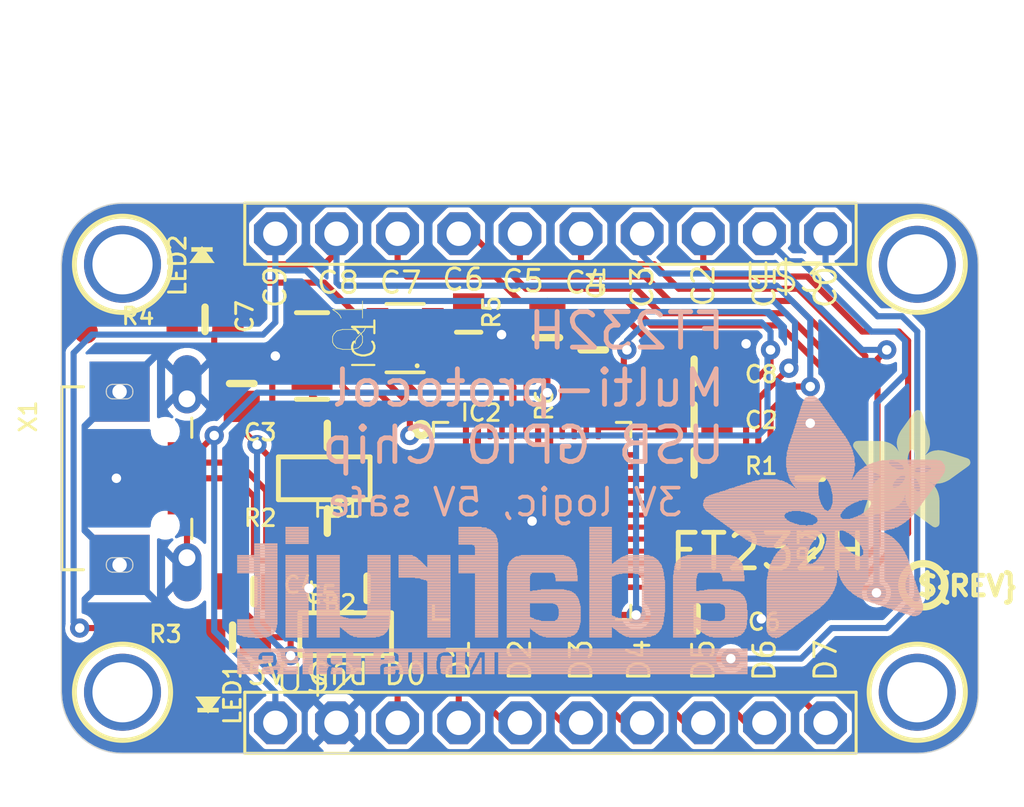
<source format=kicad_pcb>
(kicad_pcb (version 20221018) (generator pcbnew)
  (layers (0 "F.Cu" signal) (31 "B.Cu" signal) (34 "B.Paste" user) (35 "F.Paste" user) (36 "B.SilkS" user "B.Silkscreen") (37 "F.SilkS" user "F.Silkscreen") (38 "B.Mask" user) (39 "F.Mask" user) (44 "Edge.Cuts" user))
  (net 0 "")
  (net 1 "GND")
  (net 2 "+5V")
  (net 3 "D+")
  (net 4 "D-")
  (net 5 "N$2")
  (net 6 "N$3")
  (net 7 "1.8V")
  (net 8 "+3V3")
  (net 9 "VCCA")
  (net 10 "VPLL")
  (net 11 "VPHY")
  (net 12 "N$7")
  (net 13 "N$5")
  (net 14 "C8")
  (net 15 "C9")
  (net 16 "N$6")
  (net 17 "N$8")
  (net 18 "N$9")
  (net 19 "N$10")
  (net 20 "N$11")
  (net 21 "N$12")
  (net 22 "C7")
  (net 23 "D0")
  (net 24 "D1")
  (net 25 "D2")
  (net 26 "D3")
  (net 27 "D4")
  (net 28 "D5")
  (net 29 "D6")
  (net 30 "D7")
  (net 31 "C0")
  (net 32 "C1")
  (net 33 "C2")
  (net 34 "C3")
  (net 35 "C4")
  (net 36 "C5")
  (net 37 "C6")
  (footprint "working:0805-NO" (layer "F.Cu") (at 140.5001 106.7816 180)
    (fp_text reference "R2")
    (fp_text value "12K 1%")
  )
  (footprint "working:0805-NO" (layer "F.Cu") (at 135.4201 98.3996 180)
    (fp_text reference "R4")
    (fp_text value "1K")
  )
  (footprint "working:CHIPLED_0805_NOOUTLINE" (layer "F.Cu") (at 135.5471 114.4016 180)
    (fp_text reference "LED1")
    (fp_text value "green")
  )
  (footprint "working:ADAFRUIT_5MM" (layer "F.Cu") (at 162.3441 107.0356)
    (fp_text reference "U$8" hide)
    (fp_text value "" hide)
  )
  (footprint "working:PCBFEAT-REV-040" (layer "F.Cu") (at 165.2651 109.4486)
    (fp_text reference "U$11" hide)
    (fp_text value "" hide)
  )
  (footprint "working:4UCONN_20329" (layer "F.Cu") (at 133.7691 105.0036 -90)
    (fp_text reference "X1")
    (fp_text value "MiniB")
    (fp_line (start -3.9 2.2) (end -3.9 1.6) (stroke (width 0.05)) (layer "Edge.Cuts"))
    (fp_line (start -3.3 1.6) (end -3.3 2.2) (stroke (width 0.05)) (layer "Edge.Cuts"))
    (fp_line (start 3.3 2.2) (end 3.3 1.6) (stroke (width 0.05)) (layer "Edge.Cuts"))
    (fp_line (start 3.9 1.6) (end 3.9 2.2) (stroke (width 0.05)) (layer "Edge.Cuts"))
    (fp_arc (start -3.9 1.6) (mid -3.801777 1.412868) (end -3.6 1.35) (stroke (width 0.05)) (layer "Edge.Cuts"))
    (fp_arc (start -3.6 1.35) (mid -3.398223 1.412868) (end -3.3 1.6) (stroke (width 0.05)) (layer "Edge.Cuts"))
    (fp_arc (start -3.6 2.45) (mid -3.801777 2.387132) (end -3.9 2.2) (stroke (width 0.05)) (layer "Edge.Cuts"))
    (fp_arc (start -3.3 2.2) (mid -3.398223 2.387132) (end -3.6 2.45) (stroke (width 0.05)) (layer "Edge.Cuts"))
    (fp_arc (start 3.3 1.6) (mid 3.398223 1.412868) (end 3.6 1.35) (stroke (width 0.05)) (layer "Edge.Cuts"))
    (fp_arc (start 3.6 1.35) (mid 3.801777 1.412868) (end 3.9 1.6) (stroke (width 0.05)) (layer "Edge.Cuts"))
    (fp_arc (start 3.6 2.45) (mid 3.398223 2.387132) (end 3.3 2.2) (stroke (width 0.05)) (layer "Edge.Cuts"))
    (fp_arc (start 3.9 2.2) (mid 3.801777 2.387132) (end 3.6 2.45) (stroke (width 0.05)) (layer "Edge.Cuts"))
  )
  (footprint "working:MOUNTINGHOLE_2.5_PLATED" (layer "F.Cu") (at 165.0111 96.1136)
    (fp_text reference "U$6" hide)
    (fp_text value "MOUNTINGHOLE2.5" hide)
  )
  (footprint "working:SOT23-6" (layer "F.Cu") (at 143.732993 99.179654 90)
    (fp_text reference "IC1")
    (fp_text value "93LC56B")
  )
  (footprint "working:0805-NO" (layer "F.Cu") (at 155.7401 100.5586)
    (fp_text reference "C8")
    (fp_text value "0.1uF")
  )
  (footprint "working:FIDUCIAL_1MM" (layer "F.Cu") (at 130.4671 98.9076)
    (fp_text reference "FID1" hide)
    (fp_text value "FIDUCIAL\"\"" hide)
  )
  (footprint "working:_0805" (layer "F.Cu") (at 141.2621 111.4806)
    (fp_text reference "FB2")
    (fp_text value "Ferrite")
  )
  (footprint "working:_0805MP" (layer "F.Cu") (at 146.372912 98.934804 -90)
    (fp_text reference "R5")
    (fp_text value "2.2K")
  )
  (footprint "working:FIDUCIAL_1MM" (layer "F.Cu") (at 160.1851 110.7186)
    (fp_text reference "FID2" hide)
    (fp_text value "FIDUCIAL\"\"" hide)
  )
  (footprint "working:0805-NO" (layer "F.Cu") (at 136.9441 101.0666 90)
    (fp_text reference "C7")
    (fp_text value "0.1uF")
  )
  (footprint "working:0805-NO" (layer "F.Cu") (at 155.8671 110.8456)
    (fp_text reference "C6")
    (fp_text value "0.1uF")
  )
  (footprint "working:0805-NO" (layer "F.Cu") (at 142.1511 109.5756 180)
    (fp_text reference "C4")
    (fp_text value "10uF")
  )
  (footprint "working:0805-NO" (layer "F.Cu") (at 149.6441 99.1616 -90)
    (fp_text reference "R6")
    (fp_text value "4.7K")
  )
  (footprint "working:0805-NO" (layer "F.Cu") (at 151.5491 99.6696 90)
    (fp_text reference "C1")
    (fp_text value "10uF")
  )
  (footprint "working:0805-NO" (layer "F.Cu") (at 140.5001 103.2256 180)
    (fp_text reference "C3")
    (fp_text value "10uF")
  )
  (footprint "working:QFN48_8MM" (layer "F.Cu") (at 149.0091 106.7816)
    (fp_text reference "IC2")
    (fp_text value "FT232HQ")
  )
  (footprint "working:CHIPLED_0805_NOOUTLINE" (layer "F.Cu") (at 135.2931 95.7326)
    (fp_text reference "LED2")
    (fp_text value "red")
  )
  (footprint "working:0805-NO" (layer "F.Cu") (at 136.5631 111.6076 180)
    (fp_text reference "R3")
    (fp_text value "1K")
  )
  (footprint "working:0805-NO" (layer "F.Cu") (at 160.5661 105.0036 -90)
    (fp_text reference "R7")
    (fp_text value "12K")
  )
  (footprint "working:0805-NO" (layer "F.Cu") (at 137.4521 109.7026)
    (fp_text reference "C5")
    (fp_text value "10uF")
  )
  (footprint "working:1X10-BIG" (layer "F.Cu") (at 149.7711 115.1636)
    (fp_text reference "U$2")
    (fp_text value "PINHD-1X10")
  )
  (footprint "working:0805-NO" (layer "F.Cu") (at 155.7401 102.4636)
    (fp_text reference "C2")
    (fp_text value "0.1uF")
  )
  (footprint "working:MOUNTINGHOLE_2.5_PLATED" (layer "F.Cu") (at 131.9911 96.1136)
    (fp_text reference "U$4" hide)
    (fp_text value "MOUNTINGHOLE2.5" hide)
  )
  (footprint "working:_0805" (layer "F.Cu") (at 140.3731 105.0036 180)
    (fp_text reference "FB1")
    (fp_text value "Ferrite")
  )
  (footprint "working:RESONATOR-SMD" (layer "F.Cu") (at 139.8651 99.9236 -90)
    (fp_text reference "Q1")
    (fp_text value "CSTCR 12MHz")
  )
  (footprint "working:MOUNTINGHOLE_2.5_PLATED" (layer "F.Cu") (at 165.0111 113.8936)
    (fp_text reference "U$7" hide)
    (fp_text value "MOUNTINGHOLE2.5" hide)
  )
  (footprint "working:MOUNTINGHOLE_2.5_PLATED" (layer "F.Cu") (at 131.9911 113.8936)
    (fp_text reference "U$5" hide)
    (fp_text value "MOUNTINGHOLE2.5" hide)
  )
  (footprint "working:1X10-BIG" (layer "F.Cu") (at 149.7711 94.8436 180)
    (fp_text reference "U$3")
    (fp_text value "PINHD-1X10" hide)
  )
  (footprint "working:0805-NO" (layer "F.Cu") (at 155.7401 104.3686)
    (fp_text reference "R1")
    (fp_text value "12K")
  )
  (footprint "working:ADAFRUIT_TEXT_30MM" (layer "B.Cu") (at 166.4081 113.1316 180)
    (fp_text reference "U$9" hide)
    (fp_text value "" hide)
  )
  (gr_arc (start 129.4511 96.1136) (mid 130.195049 94.317549) (end 131.9911 93.5736) (stroke (width 0.05)) (layer "Edge.Cuts"))
  (gr_line (start 165.0111 93.5736) (end 131.9911 93.5736) (stroke (width 0.05)) (layer "Edge.Cuts"))
  (gr_arc (start 165.0111 93.5736) (mid 166.807151 94.317549) (end 167.5511 96.1136) (stroke (width 0.05)) (layer "Edge.Cuts"))
  (gr_line (start 129.4511 96.1136) (end 129.4511 113.8936) (stroke (width 0.05)) (layer "Edge.Cuts"))
  (gr_arc (start 131.9911 116.4336) (mid 130.195049 115.689651) (end 129.4511 113.8936) (stroke (width 0.05)) (layer "Edge.Cuts"))
  (gr_line (start 167.5511 113.8936) (end 167.5511 96.1136) (stroke (width 0.05)) (layer "Edge.Cuts"))
  (gr_arc (start 167.5511 113.8936) (mid 166.807151 115.689651) (end 165.0111 116.4336) (stroke (width 0.05)) (layer "Edge.Cuts"))
  (gr_line (start 131.9911 116.4336) (end 165.0111 116.4336) (stroke (width 0.05)) (layer "Edge.Cuts"))
  (gr_text "3V logic, 5V safe" (at 155.3591 106.6546) (layer "B.SilkS") (effects (font (size 1.1176 1.1176) (thickness 0.1524)) (justify left bottom mirror)))
  (gr_text "FT232H\nMulti-protocol\nUSB GPIO Chip" (at 157.1371 104.4956) (layer "B.SilkS") (effects (font (size 1.475232 1.475232) (thickness 0.201168)) (justify left bottom mirror)))
  (gr_text "D0" (at 142.7861 113.1316) (layer "F.SilkS") (effects (font (size 0.89408 0.89408) (thickness 0.12192)) (justify left)))
  (gr_text "D5" (at 156.1211 113.5126 90) (layer "F.SilkS") (effects (font (size 0.89408 0.89408) (thickness 0.12192)) (justify left)))
  (gr_text "C5" (at 147.6756 96.8121) (layer "F.SilkS") (effects (font (size 0.89408 0.89408) (thickness 0.12192)) (justify left)))
  (gr_text "D1" (at 145.9611 113.5126 90) (layer "F.SilkS") (effects (font (size 0.89408 0.89408) (thickness 0.12192)) (justify left)))
  (gr_text "C3" (at 153.5811 98.0186 90) (layer "F.SilkS") (effects (font (size 0.89408 0.89408) (thickness 0.12192)) (justify left)))
  (gr_text "C7" (at 142.5956 96.8756) (layer "F.SilkS") (effects (font (size 0.89408 0.89408) (thickness 0.12192)) (justify left)))
  (gr_text "C9" (at 138.3411 98.0186 90) (layer "F.SilkS") (effects (font (size 0.89408 0.89408) (thickness 0.12192)) (justify left)))
  (gr_text "C6" (at 145.1991 96.7486) (layer "F.SilkS") (effects (font (size 0.89408 0.89408) (thickness 0.12192)) (justify left)))
  (gr_text "Gnd" (at 139.6111 113.1316) (layer "F.SilkS") (effects (font (size 0.89408 0.89408) (thickness 0.12192)) (justify left)))
  (gr_text "D2" (at 148.5011 113.5126 90) (layer "F.SilkS") (effects (font (size 0.89408 0.89408) (thickness 0.12192)) (justify left)))
  (gr_text "D4" (at 153.4541 113.5126 90) (layer "F.SilkS") (effects (font (size 0.89408 0.89408) (thickness 0.12192)) (justify left)))
  (gr_text "FT232H" (at 154.5971 108.0516) (layer "F.SilkS") (effects (font (size 1.475232 1.475232) (thickness 0.201168)) (justify left)))
  (gr_text "C8" (at 139.9921 96.8756) (layer "F.SilkS") (effects (font (size 0.89408 0.89408) (thickness 0.12192)) (justify left)))
  (gr_text "C1" (at 158.6611 98.0186 90) (layer "F.SilkS") (effects (font (size 0.89408 0.89408) (thickness 0.12192)) (justify left)))
  (gr_text "C2" (at 156.1211 97.9551 90) (layer "F.SilkS") (effects (font (size 0.89408 0.89408) (thickness 0.12192)) (justify left)))
  (gr_text "C4" (at 150.2791 96.8756) (layer "F.SilkS") (effects (font (size 0.89408 0.89408) (thickness 0.12192)) (justify left)))
  (gr_text "5V" (at 137.0711 113.1316) (layer "F.SilkS") (effects (font (size 0.89408 0.89408) (thickness 0.12192)) (justify left)))
  (gr_text "D3" (at 151.0411 113.5126 90) (layer "F.SilkS") (effects (font (size 0.89408 0.89408) (thickness 0.12192)) (justify left)))
  (gr_text "D7" (at 161.2011 113.5126 90) (layer "F.SilkS") (effects (font (size 0.89408 0.89408) (thickness 0.12192)) (justify left)))
  (gr_text "D6" (at 158.6611 113.5126 90) (layer "F.SilkS") (effects (font (size 0.89408 0.89408) (thickness 0.12192)) (justify left)))
  (gr_text "C0" (at 161.2011 98.0186 90) (layer "F.SilkS") (effects (font (size 0.89408 0.89408) (thickness 0.12192)) (justify left)))
  (segment (start 138.4021 109.7026) (end 138.5291 109.5756) (width 0.254) (layer "F.Cu") (net 1))
  (segment (start 144.882993 99.179654) (end 145.181046 99.179654) (width 0.254) (layer "F.Cu") (net 1))
  (segment (start 146.7591 104.5316) (end 149.0091 106.7816) (width 0.254) (layer "F.Cu") (net 1))
  (segment (start 153.7081 99.1616) (end 156.5021 99.1616) (width 0.254) (layer "F.Cu") (net 1))
  (segment (start 149.7591 102.8816) (end 149.7591 106.0316) (width 0.254) (layer "F.Cu") (net 1))
  (segment (start 138.9761 102.7176) (end 138.2141 101.9556) (width 0.254) (layer "F.Cu") (net 1))
  (segment (start 151.2591 109.1866) (end 150.7591 108.6866) (width 0.254) (layer "F.Cu") (net 1))
  (segment (start 131.7371 105.7216) (end 131.7371 105.0036) (width 0.254) (layer "F.Cu") (net 1))
  (segment (start 131.7691 105.7536) (end 131.7371 105.7216) (width 0.254) (layer "F.Cu") (net 1))
  (segment (start 157.8991 99.4156) (end 157.8991 99.9846) (width 0.254) (layer "F.Cu") (net 1))
  (segment (start 140.3731 106.0196) (end 139.6111 106.7816) (width 0.254) (layer "F.Cu") (net 1))
  (segment (start 156.5021 99.1616) (end 156.8831 99.5426) (width 0.254) (layer "F.Cu") (net 1))
  (segment (start 160.5661 104.0536) (end 160.5661 102.7176) (width 0.254) (layer "F.Cu") (net 1))
  (segment (start 137.1371 99.9236) (end 138.3411 99.9236) (width 0.254) (layer "F.Cu") (net 1))
  (segment (start 157.3251 100.5586) (end 157.8991 99.9846) (width 0.254) (layer "F.Cu") (net 1))
  (segment (start 134.5441 106.3036) (end 134.6691 106.4286) (width 0.254) (layer "F.Cu") (net 1))
  (segment (start 146.7591 102.8816) (end 146.7591 104.5316) (width 0.254) (layer "F.Cu") (net 1))
  (segment (start 139.8651 99.9236) (end 138.3411 99.9236) (width 0.254) (layer "F.Cu") (net 1))
  (segment (start 145.181046 99.179654) (end 145.435046 98.925654) (width 0.254) (layer "F.Cu") (net 1))
  (segment (start 151.7591 104.0316) (end 149.0091 106.7816) (width 0.254) (layer "F.Cu") (net 1))
  (segment (start 147.7591 108.0316) (end 149.0091 106.7816) (width 0.254) (layer "F.Cu") (net 1))
  (segment (start 141.2011 109.5756) (end 139.7381 109.5756) (width 0.254) (layer "F.Cu") (net 1))
  (segment (start 152.9461 98.3996) (end 153.7081 99.1616) (width 0.254) (layer "F.Cu") (net 1))
  (segment (start 139.6111 106.7816) (end 139.5501 106.7816) (width 0.254) (layer "F.Cu") (net 1))
  (segment (start 156.8831 99.5426) (end 156.8831 100.3656) (width 0.254) (layer "F.Cu") (net 1))
  (segment (start 138.2141 99.9236) (end 138.3411 99.9236) (width 0.254) (layer "F.Cu") (net 1))
  (segment (start 139.0421 102.7176) (end 139.5501 103.2256) (width 0.254) (layer "F.Cu") (net 1))
  (segment (start 156.9441 102.2096) (end 156.6901 102.4636) (width 0.254) (layer "F.Cu") (net 1))
  (segment (start 149.2631 102.8856) (end 149.2591 102.8816) (width 0.2032) (layer "F.Cu") (net 1))
  (segment (start 145.1091 109.0316) (end 146.7591 109.0316) (width 0.254) (layer "F.Cu") (net 1))
  (segment (start 156.6901 100.5586) (end 157.3251 100.5586) (width 0.254) (layer "F.Cu") (net 1))
  (segment (start 136.9441 100.1166) (end 137.1371 99.9236) (width 0.254) (layer "F.Cu") (net 1))
  (segment (start 145.1091 108.0316) (end 147.7591 108.0316) (width 0.254) (layer "F.Cu") (net 1))
  (segment (start 149.2591 102.8816) (end 149.2591 106.5316) (width 0.254) (layer "F.Cu") (net 1))
  (segment (start 140.3731 104.0486) (end 139.5501 103.2256) (width 0.254) (layer "F.Cu") (net 1))
  (segment (start 156.6901 100.5586) (end 156.6901 102.4636) (width 0.254) (layer "F.Cu") (net 1))
  (segment (start 152.9091 104.5316) (end 151.2591 104.5316) (width 0.254) (layer "F.Cu") (net 1))
  (segment (start 150.7591 108.5316) (end 149.0091 106.7816) (width 0.254) (layer "F.Cu") (net 1))
  (segment (start 145.1091 108.5316) (end 147.2591 108.5316) (width 0.254) (layer "F.Cu") (net 1))
  (segment (start 151.2591 104.5316) (end 149.0091 106.7816) (width 0.254) (layer "F.Cu") (net 1))
  (segment (start 151.2591 110.6816) (end 151.2591 109.1866) (width 0.254) (layer "F.Cu") (net 1))
  (segment (start 151.7371 98.7196) (end 151.5491 98.7196) (width 0.254) (layer "F.Cu") (net 1))
  (segment (start 156.8831 100.3656) (end 156.6901 100.5586) (width 0.254) (layer "F.Cu") (net 1))
  (segment (start 149.2591 106.5316) (end 149.0091 106.7816) (width 0.254) (layer "F.Cu") (net 1))
  (segment (start 149.7591 106.0316) (end 149.0091 106.7816) (width 0.254) (layer "F.Cu") (net 1))
  (segment (start 150.7591 108.6866) (end 150.7591 108.5316) (width 0.254) (layer "F.Cu") (net 1))
  (segment (start 152.0571 98.3996) (end 152.9461 98.3996) (width 0.254) (layer "F.Cu") (net 1))
  (segment (start 134.6691 106.4286) (end 134.6691 108.3036) (width 0.254) (layer "F.Cu") (net 1))
  (segment (start 150.7591 110.6816) (end 150.7591 108.6866) (width 0.254) (layer "F.Cu") (net 1))
  (segment (start 150.4091 108.1816) (end 149.0091 106.7816) (width 0.254) (layer "F.Cu") (net 1))
  (segment (start 146.2591 104.0316) (end 149.0091 106.7816) (width 0.254) (layer "F.Cu") (net 1))
  (segment (start 147.2591 108.5316) (end 149.0091 106.7816) (width 0.254) (layer "F.Cu") (net 1))
  (segment (start 147.630153 98.925654) (end 147.7391 99.0346) (width 0.254) (layer "F.Cu") (net 1))
  (segment (start 146.7591 109.0316) (end 149.0091 106.7816) (width 0.254) (layer "F.Cu") (net 1))
  (segment (start 147.7591 105.5316) (end 149.0091 106.7816) (width 0.254) (layer "F.Cu") (net 1))
  (segment (start 152.9091 104.0316) (end 151.7591 104.0316) (width 0.254) (layer "F.Cu") (net 1))
  (segment (start 139.0421 102.7176) (end 138.9761 102.7176) (width 0.254) (layer "F.Cu") (net 1))
  (segment (start 145.1091 105.5316) (end 147.7591 105.5316) (width 0.254) (layer "F.Cu") (net 1))
  (segment (start 158.5341 110.8456) (end 156.8171 110.8456) (width 0.254) (layer "F.Cu") (net 1))
  (segment (start 138.5291 109.5756) (end 139.7381 109.5756) (width 0.254) (layer "F.Cu") (net 1))
  (segment (start 152.0571 98.3996) (end 151.7371 98.7196) (width 0.254) (layer "F.Cu") (net 1))
  (segment (start 146.2591 102.8816) (end 146.2591 104.0316) (width 0.254) (layer "F.Cu") (net 1))
  (segment (start 140.3731 106.0196) (end 140.3731 104.0486) (width 0.254) (layer "F.Cu") (net 1))
  (segment (start 131.7691 105.7536) (end 131.7691 104.2536) (width 0.254) (layer "F.Cu") (net 1))
  (segment (start 138.2141 101.9556) (end 138.2141 99.9236) (width 0.254) (layer "F.Cu") (net 1))
  (segment (start 145.435046 98.925654) (end 147.630153 98.925654) (width 0.254) (layer "F.Cu") (net 1))
  (via (at 149.0091 106.7816) (size 0.8001) (drill 0.3937) (layers "F.Cu" "B.Cu") (net 1))
  (via (at 157.8991 99.4156) (size 0.8001) (drill 0.3937) (layers "F.Cu" "B.Cu") (net 1))
  (via (at 131.7371 105.0036) (size 0.8001) (drill 0.3937) (layers "F.Cu" "B.Cu") (net 1))
  (via (at 138.3411 99.9236) (size 0.8001) (drill 0.3937) (layers "F.Cu" "B.Cu") (net 1))
  (via (at 158.5341 110.8456) (size 0.8001) (drill 0.3937) (layers "F.Cu" "B.Cu") (net 1))
  (via (at 160.5661 102.7176) (size 0.8001) (drill 0.3937) (layers "F.Cu" "B.Cu") (net 1))
  (via (at 139.7381 109.5756) (size 0.8001) (drill 0.3937) (layers "F.Cu" "B.Cu") (net 1))
  (via (at 147.7391 99.0346) (size 0.8001) (drill 0.3937) (layers "F.Cu" "B.Cu") (net 1))
  (segment (start 150.6201 100.6196) (end 150.4166 100.8231) (width 0.254) (layer "F.Cu") (net 2))
  (segment (start 150.2591 102.8816) (end 150.2591 100.9806) (width 0.2032) (layer "F.Cu") (net 2))
  (segment (start 150.4166 100.8231) (end 150.2591 100.9806) (width 0.254) (layer "F.Cu") (net 2))
  (segment (start 149.7051 100.1116) (end 150.4166 100.8231) (width 0.254) (layer "F.Cu") (net 2))
  (segment (start 135.3231 103.7036) (end 135.8011 103.2256) (width 0.254) (layer "F.Cu") (net 2))
  (segment (start 149.6441 100.1116) (end 149.7051 100.1116) (width 0.254) (layer "F.Cu") (net 2))
  (segment (start 134.5441 103.7036) (end 135.3231 103.7036) (width 0.254) (layer "F.Cu") (net 2))
  (segment (start 151.5491 100.6196) (end 150.6201 100.6196) (width 0.254) (layer "F.Cu") (net 2))
  (segment (start 149.6441 101.4476) (end 149.6441 100.1116) (width 0.254) (layer "F.Cu") (net 2))
  (via (at 135.8011 103.2256) (size 0.8001) (drill 0.3937) (layers "F.Cu" "B.Cu") (net 2))
  (via (at 149.6441 101.4476) (size 0.8001) (drill 0.3937) (layers "F.Cu" "B.Cu") (net 2))
  (segment (start 135.8011 111.3536) (end 138.3411 113.8936) (width 0.254) (layer "B.Cu") (net 2))
  (segment (start 137.5791 101.4476) (end 135.8011 103.2256) (width 0.254) (layer "B.Cu") (net 2))
  (segment (start 138.3411 113.8936) (end 138.3411 115.1636) (width 0.254) (layer "B.Cu") (net 2))
  (segment (start 135.8011 103.2256) (end 135.8011 111.3536) (width 0.254) (layer "B.Cu") (net 2))
  (segment (start 149.6441 101.4476) (end 137.5791 101.4476) (width 0.254) (layer "B.Cu") (net 2))
  (segment (start 137.4521 108.1786) (end 137.7061 108.4326) (width 0.254) (layer "F.Cu") (net 3))
  (segment (start 137.4521 105.7656) (end 137.4521 108.1786) (width 0.254) (layer "F.Cu") (net 3))
  (segment (start 136.6901 105.0036) (end 137.4521 105.7656) (width 0.254) (layer "F.Cu") (net 3))
  (segment (start 142.4051 108.4326) (end 143.8061 107.0316) (width 0.2032) (layer "F.Cu") (net 3))
  (segment (start 143.8061 107.0316) (end 145.1091 107.0316) (width 0.2032) (layer "F.Cu") (net 3))
  (segment (start 136.6901 105.0036) (end 134.5441 105.0036) (width 0.254) (layer "F.Cu") (net 3))
  (segment (start 137.7061 108.4326) (end 142.4051 108.4326) (width 0.254) (layer "F.Cu") (net 3))
  (segment (start 143.6211 106.5816) (end 143.6711 106.5316) (width 0.2032) (layer "F.Cu") (net 4))
  (segment (start 136.8021 104.3536) (end 137.9601 105.5116) (width 0.254) (layer "F.Cu") (net 4))
  (segment (start 143.6711 106.5316) (end 145.1091 106.5316) (width 0.2032) (layer "F.Cu") (net 4))
  (segment (start 134.5441 104.3536) (end 136.8021 104.3536) (width 0.254) (layer "F.Cu") (net 4))
  (segment (start 137.9601 107.6706) (end 138.2141 107.9246) (width 0.254) (layer "F.Cu") (net 4))
  (segment (start 143.6211 106.5816) (end 142.2781 107.9246) (width 0.254) (layer "F.Cu") (net 4))
  (segment (start 137.9601 105.5116) (end 137.9601 107.6706) (width 0.254) (layer "F.Cu") (net 4))
  (segment (start 138.2141 107.9246) (end 142.2781 107.9246) (width 0.254) (layer "F.Cu") (net 4))
  (segment (start 140.8241 98.7236) (end 139.8651 98.7236) (width 0.254) (layer "F.Cu") (net 5))
  (segment (start 141.1351 99.0346) (end 140.8241 98.7236) (width 0.254) (layer "F.Cu") (net 5))
  (segment (start 141.1351 101.1936) (end 141.1351 99.0346) (width 0.254) (layer "F.Cu") (net 5))
  (segment (start 143.0401 103.8606) (end 143.0401 101.8526) (width 0.254) (layer "F.Cu") (net 5))
  (segment (start 145.1091 104.0316) (end 143.2111 104.0316) (width 0.2032) (layer "F.Cu") (net 5))
  (segment (start 143.0401 103.8606) (end 143.2111 104.0316) (width 0.254) (layer "F.Cu") (net 5))
  (segment (start 141.3891 101.4476) (end 141.1351 101.1936) (width 0.254) (layer "F.Cu") (net 5))
  (segment (start 143.0401 101.8526) (end 142.6351 101.4476) (width 0.254) (layer "F.Cu") (net 5))
  (segment (start 142.6351 101.4476) (end 141.3891 101.4476) (width 0.254) (layer "F.Cu") (net 5))
  (segment (start 145.1091 104.5316) (end 142.6951 104.5316) (width 0.2032) (layer "F.Cu") (net 6))
  (segment (start 142.5321 104.3686) (end 142.5321 102.0826) (width 0.254) (layer "F.Cu") (net 6))
  (segment (start 139.8651 101.0906) (end 139.8651 101.1236) (width 0.254) (layer "F.Cu") (net 6))
  (segment (start 142.6951 104.5316) (end 142.5321 104.3686) (width 0.2032) (layer "F.Cu") (net 6))
  (segment (start 139.8651 101.5746) (end 139.8651 101.1236) (width 0.254) (layer "F.Cu") (net 6))
  (segment (start 140.3731 102.0826) (end 139.8651 101.5746) (width 0.254) (layer "F.Cu") (net 6))
  (segment (start 140.3731 102.0826) (end 142.5321 102.0826) (width 0.254) (layer "F.Cu") (net 6))
  (segment (start 154.7241 100.5586) (end 154.7901 100.5586) (width 0.254) (layer "F.Cu") (net 7))
  (segment (start 151.2591 102.8816) (end 151.2591 102.2456) (width 0.2032) (layer "F.Cu") (net 7))
  (segment (start 151.2591 102.2456) (end 151.4856 102.0191) (width 0.2032) (layer "F.Cu") (net 7))
  (segment (start 153.2636 102.0191) (end 154.7241 100.5586) (width 0.254) (layer "F.Cu") (net 7))
  (segment (start 151.4856 102.0191) (end 153.2636 102.0191) (width 0.2032) (layer "F.Cu") (net 7))
  (segment (start 137.8941 96.8756) (end 140.3731 96.8756) (width 0.254) (layer "F.Cu") (net 8))
  (segment (start 138.2141 104.2416) (end 137.5791 103.6066) (width 0.254) (layer "F.Cu") (net 8))
  (segment (start 141.6431 98.1456) (end 141.6431 99.9236) (width 0.254) (layer "F.Cu") (net 8))
  (segment (start 143.9291 101.9556) (end 143.9291 103.2256) (width 0.254) (layer "F.Cu") (net 8))
  (segment (start 151.7591 110.6816) (end 153.3271 110.6816) (width 0.254) (layer "F.Cu") (net 8))
  (segment (start 142.582993 100.609494) (end 143.9291 101.9556) (width 0.254) (layer "F.Cu") (net 8))
  (segment (start 138.2141 104.7496) (end 138.5951 105.1306) (width 0.254) (layer "F.Cu") (net 8))
  (segment (start 143.2941 112.7506) (end 143.5481 112.4966) (width 0.254) (layer "F.Cu") (net 8))
  (segment (start 143.5481 112.4966) (end 143.5481 111.0506) (width 0.254) (layer "F.Cu") (net 8))
  (segment (start 136.9441 102.9716) (end 136.9441 102.0166) (width 0.254) (layer "F.Cu") (net 8))
  (segment (start 147.2591 102.8816) (end 147.2591 101.9556) (width 0.2032) (layer "F.Cu") (net 8))
  (segment (start 140.3731 96.8756) (end 141.6431 98.1456) (width 0.254) (layer "F.Cu") (net 8))
  (segment (start 137.550287 111.136788) (end 137.5131 111.173975) (width 0.254) (layer "F.Cu") (net 8))
  (segment (start 147.2591 101.9556) (end 143.9291 101.9556) (width 0.2032) (layer "F.Cu") (net 8))
  (segment (start 152.8191 101.3206) (end 152.8191 99.7966) (width 0.254) (layer "F.Cu") (net 8))
  (segment (start 140.2461 111.4806) (end 139.9921 111.4806) (width 0.254) (layer "F.Cu") (net 8))
  (segment (start 137.8941 96.8756) (end 136.3701 98.3996) (width 0.254) (layer "F.Cu") (net 8))
  (segment (start 152.8191 99.7966) (end 152.9461 99.6696) (width 0.254) (layer "F.Cu") (net 8))
  (segment (start 140.2461 112.4966) (end 140.5001 112.7506) (width 0.254) (layer "F.Cu") (net 8))
  (segment (start 153.4911 110.8456) (end 154.9171 110.8456) (width 0.254) (layer "F.Cu") (net 8))
  (segment (start 135.8011 101.8286) (end 135.9891 102.0166) (width 0.254) (layer "F.Cu") (net 8))
  (segment (start 151.0411 101.5746) (end 152.5651 101.5746) (width 0.2032) (layer "F.Cu") (net 8))
  (segment (start 136.5021 109.7026) (end 136.5021 110.004357) (width 0.254) (layer "F.Cu") (net 8))
  (segment (start 150.7591 101.8566) (end 151.0411 101.5746) (width 0.2032) (layer "F.Cu") (net 8))
  (segment (start 140.2461 111.4806) (end 140.2461 112.4966) (width 0.254) (layer "F.Cu") (net 8))
  (segment (start 136.5021 110.004357) (end 137.634531 111.136788) (width 0.254) (layer "F.Cu") (net 8))
  (segment (start 153.3271 110.6816) (end 153.4911 110.8456) (width 0.254) (layer "F.Cu") (net 8))
  (segment (start 157.8991 104.2416) (end 157.8991 101.3206) (width 0.254) (layer "F.Cu") (net 8))
  (segment (start 137.5131 111.173975) (end 137.5131 111.6076) (width 0.254) (layer "F.Cu") (net 8))
  (segment (start 138.2141 104.7496) (end 138.2141 104.2416) (width 0.254) (layer "F.Cu") (net 8))
  (segment (start 157.8991 101.3206) (end 158.9151 100.3046) (width 0.254) (layer "F.Cu") (net 8))
  (segment (start 135.9891 102.0166) (end 136.9441 102.0166) (width 0.254) (layer "F.Cu") (net 8))
  (segment (start 135.8011 101.8286) (end 135.8011 98.9686) (width 0.254) (layer "F.Cu") (net 8))
  (segment (start 137.634531 111.136788) (end 137.550287 111.136788) (width 0.254) (layer "F.Cu") (net 8))
  (segment (start 140.2461 111.6686) (end 140.2461 111.4806) (width 0.254) (layer "F.Cu") (net 8))
  (segment (start 140.5001 112.7506) (end 143.2941 112.7506) (width 0.254) (layer "F.Cu") (net 8))
  (segment (start 142.582993 100.129654) (end 142.582993 100.609494) (width 0.254) (layer "F.Cu") (net 8))
  (segment (start 135.8011 98.9686) (end 136.3701 98.3996) (width 0.254) (layer "F.Cu") (net 8))
  (segment (start 138.9761 111.6076) (end 137.5131 111.6076) (width 0.254) (layer "F.Cu") (net 8))
  (segment (start 143.5901 111.0506) (end 143.5481 111.0506) (width 0.2032) (layer "F.Cu") (net 8))
  (segment (start 138.9761 112.3696) (end 138.9761 111.6076) (width 0.254) (layer "F.Cu") (net 8))
  (segment (start 142.582993 100.129654) (end 141.849153 100.129654) (width 0.254) (layer "F.Cu") (net 8))
  (segment (start 157.7721 104.3686) (end 156.6901 104.3686) (width 0.254) (layer "F.Cu") (net 8))
  (segment (start 158.9151 99.6696) (end 158.9151 100.3046) (width 0.254) (layer "F.Cu") (net 8))
  (segment (start 152.5651 101.5746) (end 152.8191 101.3206) (width 0.2032) (layer "F.Cu") (net 8))
  (segment (start 139.2301 105.1306) (end 139.3571 105.0036) (width 0.254) (layer "F.Cu") (net 8))
  (segment (start 138.5951 105.1306) (end 139.2301 105.1306) (width 0.254) (layer "F.Cu") (net 8))
  (segment (start 140.1191 111.6076) (end 138.9761 111.6076) (width 0.254) (layer "F.Cu") (net 8))
  (segment (start 145.1091 109.5316) (end 143.5901 111.0506) (width 0.2032) (layer "F.Cu") (net 8))
  (segment (start 140.1191 111.6076) (end 140.2461 111.4806) (width 0.254) (layer "F.Cu") (net 8))
  (segment (start 141.6431 99.9236) (end 141.849153 100.129654) (width 0.254) (layer "F.Cu") (net 8))
  (segment (start 136.9441 102.9716) (end 137.5791 103.6066) (width 0.254) (layer "F.Cu") (net 8))
  (segment (start 156.7561 104.3026) (end 156.6901 104.3686) (width 0.254) (layer "F.Cu") (net 8))
  (segment (start 157.8991 104.2416) (end 157.7721 104.3686) (width 0.254) (layer "F.Cu") (net 8))
  (segment (start 150.7591 102.8816) (end 150.7591 101.8566) (width 0.2032) (layer "F.Cu") (net 8))
  (via (at 137.5791 103.6066) (size 0.8001) (drill 0.3937) (layers "F.Cu" "B.Cu") (net 8))
  (via (at 152.9461 99.6696) (size 0.8001) (drill 0.3937) (layers "F.Cu" "B.Cu") (net 8))
  (via (at 138.9761 112.3696) (size 0.8001) (drill 0.3937) (layers "F.Cu" "B.Cu") (net 8))
  (via (at 158.9151 99.6696) (size 0.8001) (drill 0.3937) (layers "F.Cu" "B.Cu") (net 8))
  (via (at 153.3271 110.6816) (size 0.8001) (drill 0.3937) (layers "F.Cu" "B.Cu") (net 8))
  (via (at 143.9291 103.2256) (size 0.8001) (drill 0.3937) (layers "F.Cu" "B.Cu") (net 8))
  (segment (start 137.5791 111.0996) (end 138.8491 112.3696) (width 0.254) (layer "B.Cu") (net 8))
  (segment (start 158.9151 98.9076) (end 158.9151 99.6696) (width 0.254) (layer "B.Cu") (net 8))
  (segment (start 158.5341 98.5266) (end 158.9151 98.9076) (width 0.254) (layer "B.Cu") (net 8))
  (segment (start 143.9291 103.2256) (end 153.3271 103.2256) (width 0.254) (layer "B.Cu") (net 8))
  (segment (start 152.9461 99.6696) (end 152.9461 99.2886) (width 0.254) (layer "B.Cu") (net 8))
  (segment (start 153.7081 98.5266) (end 158.5341 98.5266) (width 0.254) (layer "B.Cu") (net 8))
  (segment (start 153.3271 103.2256) (end 158.4071 103.2256) (width 0.254) (layer "B.Cu") (net 8))
  (segment (start 138.8491 112.3696) (end 138.9761 112.3696) (width 0.254) (layer "B.Cu") (net 8))
  (segment (start 137.5791 111.0996) (end 137.5791 103.6066) (width 0.254) (layer "B.Cu") (net 8))
  (segment (start 158.4071 103.2256) (end 158.7881 102.8446) (width 0.254) (layer "B.Cu") (net 8))
  (segment (start 158.7881 102.8446) (end 158.7881 99.7966) (width 0.254) (layer "B.Cu") (net 8))
  (segment (start 158.7881 99.7966) (end 158.9151 99.6696) (width 0.254) (layer "B.Cu") (net 8))
  (segment (start 153.3271 110.6816) (end 153.3271 103.2256) (width 0.254) (layer "B.Cu") (net 8))
  (segment (start 152.9461 99.2886) (end 153.7081 98.5266) (width 0.254) (layer "B.Cu") (net 8))
  (segment (start 151.7591 102.8816) (end 154.3721 102.8816) (width 0.254) (layer "F.Cu") (net 9))
  (segment (start 154.3721 102.8816) (end 154.7901 102.4636) (width 0.254) (layer "F.Cu") (net 9))
  (segment (start 144.0681 107.5316) (end 145.1091 107.5316) (width 0.2032) (layer "F.Cu") (net 10))
  (segment (start 143.5481 108.0516) (end 143.5481 108.6866) (width 0.2032) (layer "F.Cu") (net 10))
  (segment (start 142.2121 111.4146) (end 142.2781 111.4806) (width 0.254) (layer "F.Cu") (net 10))
  (segment (start 143.5481 108.6866) (end 143.5481 109.1286) (width 0.254) (layer "F.Cu") (net 10))
  (segment (start 143.5481 109.1286) (end 143.1011 109.5756) (width 0.254) (layer "F.Cu") (net 10))
  (segment (start 143.5481 108.0516) (end 144.0681 107.5316) (width 0.2032) (layer "F.Cu") (net 10))
  (segment (start 143.1011 109.5756) (end 143.1011 110.6576) (width 0.254) (layer "F.Cu") (net 10))
  (segment (start 143.1011 110.6576) (end 142.2781 111.4806) (width 0.254) (layer "F.Cu") (net 10))
  (segment (start 141.9251 105.0316) (end 141.9001 105.0066) (width 0.2032) (layer "F.Cu") (net 11))
  (segment (start 141.4501 104.8106) (end 141.3891 104.8716) (width 0.254) (layer "F.Cu") (net 11))
  (segment (start 141.3891 104.8716) (end 141.3891 105.0036) (width 0.254) (layer "F.Cu") (net 11))
  (segment (start 141.4501 103.2256) (end 141.4501 104.8106) (width 0.254) (layer "F.Cu") (net 11))
  (segment (start 141.9001 104.4926) (end 141.3891 105.0036) (width 0.254) (layer "F.Cu") (net 11))
  (segment (start 141.9001 105.0066) (end 141.9001 104.4926) (width 0.254) (layer "F.Cu") (net 11))
  (segment (start 145.1091 105.0316) (end 141.9251 105.0316) (width 0.2032) (layer "F.Cu") (net 11))
  (segment (start 154.1271 105.0316) (end 154.7901 104.3686) (width 0.254) (layer "F.Cu") (net 12))
  (segment (start 152.9091 105.0316) (end 154.1271 105.0316) (width 0.254) (layer "F.Cu") (net 12))
  (segment (start 145.1091 106.0316) (end 142.2001 106.0316) (width 0.2032) (layer "F.Cu") (net 13))
  (segment (start 142.2001 106.0316) (end 141.4501 106.7816) (width 0.254) (layer "F.Cu") (net 13))
  (segment (start 152.9091 106.0316) (end 158.61604 106.0316) (width 0.2032) (layer "F.Cu") (net 14))
  (segment (start 140.3731 96.1136) (end 140.8811 95.6056) (width 0.254) (layer "F.Cu") (net 14))
  (segment (start 158.9151 105.7656) (end 158.9151 102.2096) (width 0.254) (layer "F.Cu") (net 14))
  (segment (start 158.9151 102.2096) (end 159.9311 101.1936) (width 0.254) (layer "F.Cu") (net 14))
  (segment (start 140.8811 95.6056) (end 140.8811 94.8436) (width 0.254) (layer "F.Cu") (net 14))
  (segment (start 158.88204 105.7656) (end 158.9151 105.7656) (width 0.254) (layer "F.Cu") (net 14))
  (segment (start 135.2931 94.6826) (end 135.5471 94.6826) (width 0.254) (layer "F.Cu") (net 14))
  (segment (start 159.9311 101.1936) (end 160.5661 101.1936) (width 0.254) (layer "F.Cu") (net 14))
  (segment (start 135.5471 94.6826) (end 136.9781 96.1136) (width 0.254) (layer "F.Cu") (net 14))
  (segment (start 136.9781 96.1136) (end 140.3731 96.1136) (width 0.254) (layer "F.Cu") (net 14))
  (segment (start 158.61604 106.0316) (end 158.88204 105.7656) (width 0.254) (layer "F.Cu") (net 14))
  (via (at 160.5661 101.1936) (size 0.8001) (drill 0.3937) (layers "F.Cu" "B.Cu") (net 14))
  (segment (start 159.1691 97.0026) (end 160.5661 98.3996) (width 0.254) (layer "B.Cu") (net 14))
  (segment (start 160.5661 98.3996) (end 160.5661 101.1936) (width 0.254) (layer "B.Cu") (net 14))
  (segment (start 141.0081 97.0026) (end 140.8811 96.8756) (width 0.254) (layer "B.Cu") (net 14))
  (segment (start 140.8811 96.8756) (end 140.8811 94.8436) (width 0.254) (layer "B.Cu") (net 14))
  (segment (start 141.0081 97.0026) (end 159.1691 97.0026) (width 0.254) (layer "B.Cu") (net 14))
  (segment (start 135.2001 115.4516) (end 134.4041 114.6556) (width 0.254) (layer "F.Cu") (net 15))
  (segment (start 134.4041 114.6556) (end 134.4041 112.6236) (width 0.254) (layer "F.Cu") (net 15))
  (segment (start 133.0071 111.2266) (end 134.4041 112.6236) (width 0.254) (layer "F.Cu") (net 15))
  (segment (start 152.9091 105.5316) (end 158.3871 105.5316) (width 0.2032) (layer "F.Cu") (net 15))
  (segment (start 135.5471 115.4516) (end 135.2001 115.4516) (width 0.254) (layer "F.Cu") (net 15))
  (segment (start 158.4071 105.5116) (end 158.4071 101.7016) (width 0.254) (layer "F.Cu") (net 15))
  (segment (start 158.3871 105.5316) (end 158.4071 105.5116) (width 0.2032) (layer "F.Cu") (net 15))
  (segment (start 130.2131 111.2266) (end 133.0071 111.2266) (width 0.254) (layer "F.Cu") (net 15))
  (segment (start 158.4071 101.7016) (end 159.6771 100.4316) (width 0.254) (layer "F.Cu") (net 15))
  (via (at 159.6771 100.4316) (size 0.8001) (drill 0.3937) (layers "F.Cu" "B.Cu") (net 15))
  (via (at 130.2131 111.2266) (size 0.8001) (drill 0.3937) (layers "F.Cu" "B.Cu") (net 15))
  (segment (start 138.3411 98.5266) (end 138.3411 96.3676) (width 0.254) (layer "B.Cu") (net 15))
  (segment (start 129.9591 99.7966) (end 129.9591 110.9726) (width 0.254) (layer "B.Cu") (net 15))
  (segment (start 139.6111 96.3676) (end 140.8811 97.6376) (width 0.254) (layer "B.Cu") (net 15))
  (segment (start 137.8331 99.0346) (end 138.3411 98.5266) (width 0.254) (layer "B.Cu") (net 15))
  (segment (start 159.9311 98.5266) (end 159.9311 100.1776) (width 0.254) (layer "B.Cu") (net 15))
  (segment (start 130.7211 99.0346) (end 129.9591 99.7966) (width 0.254) (layer "B.Cu") (net 15))
  (segment (start 140.8811 97.6376) (end 159.0421 97.6376) (width 0.254) (layer "B.Cu") (net 15))
  (segment (start 130.7211 99.0346) (end 137.8331 99.0346) (width 0.254) (layer "B.Cu") (net 15))
  (segment (start 129.9591 110.9726) (end 130.2131 111.2266) (width 0.254) (layer "B.Cu") (net 15))
  (segment (start 159.9311 100.1776) (end 159.6771 100.4316) (width 0.254) (layer "B.Cu") (net 15))
  (segment (start 138.3411 96.3676) (end 138.3411 94.8436) (width 0.254) (layer "B.Cu") (net 15))
  (segment (start 159.0421 97.6376) (end 159.9311 98.5266) (width 0.254) (layer "B.Cu") (net 15))
  (segment (start 139.6111 96.3676) (end 138.3411 96.3676) (width 0.254) (layer "B.Cu") (net 15))
  (segment (start 134.4701 97.6056) (end 135.2931 96.7826) (width 0.254) (layer "F.Cu") (net 16))
  (segment (start 134.4701 98.3996) (end 134.4701 97.6056) (width 0.254) (layer "F.Cu") (net 16))
  (segment (start 135.5471 111.6736) (end 135.5471 113.3516) (width 0.254) (layer "F.Cu") (net 17))
  (segment (start 135.6131 111.6076) (end 135.5471 111.6736) (width 0.254) (layer "F.Cu") (net 17))
  (segment (start 148.7551 102.8776) (end 148.7591 102.8816) (width 0.2032) (layer "F.Cu") (net 18))
  (segment (start 146.062062 98.229654) (end 146.372912 97.918804) (width 0.254) (layer "F.Cu") (net 18))
  (segment (start 144.882993 98.229654) (end 146.062062 98.229654) (width 0.254) (layer "F.Cu") (net 18))
  (segment (start 146.599709 98.1456) (end 146.372912 97.918804) (width 0.254) (layer "F.Cu") (net 18))
  (segment (start 148.5011 100.8126) (end 148.7551 101.0666) (width 0.2032) (layer "F.Cu") (net 18))
  (segment (start 147.9931 98.1456) (end 146.599709 98.1456) (width 0.254) (layer "F.Cu") (net 18))
  (segment (start 148.5011 98.6536) (end 148.5011 100.8126) (width 0.2032) (layer "F.Cu") (net 18))
  (segment (start 148.7551 101.0666) (end 148.7551 102.8776) (width 0.2032) (layer "F.Cu") (net 18))
  (segment (start 147.9931 98.1456) (end 148.5011 98.6536) (width 0.254) (layer "F.Cu") (net 18))
  (segment (start 147.7591 101.4476) (end 144.1831 101.4476) (width 0.2032) (layer "F.Cu") (net 19))
  (segment (start 147.7591 102.8816) (end 147.7591 101.4476) (width 0.2032) (layer "F.Cu") (net 19))
  (segment (start 143.312153 99.179654) (end 142.582993 99.179654) (width 0.254) (layer "F.Cu") (net 19))
  (segment (start 143.4211 99.2886) (end 143.312153 99.179654) (width 0.254) (layer "F.Cu") (net 19))
  (segment (start 144.1831 101.4476) (end 143.4211 100.6856) (width 0.254) (layer "F.Cu") (net 19))
  (segment (start 143.4211 100.6856) (end 143.4211 99.2886) (width 0.254) (layer "F.Cu") (net 19))
  (segment (start 143.9291 100.4316) (end 144.4371 100.9396) (width 0.254) (layer "F.Cu") (net 20))
  (segment (start 143.9291 98.1456) (end 142.667046 98.1456) (width 0.254) (layer "F.Cu") (net 20))
  (segment (start 142.667046 98.1456) (end 142.582993 98.229654) (width 0.254) (layer "F.Cu") (net 20))
  (segment (start 143.9291 98.1456) (end 143.9291 100.4316) (width 0.254) (layer "F.Cu") (net 20))
  (segment (start 147.9931 100.9396) (end 148.2591 101.2056) (width 0.2032) (layer "F.Cu") (net 20))
  (segment (start 144.4371 100.9396) (end 147.9931 100.9396) (width 0.254) (layer "F.Cu") (net 20))
  (segment (start 148.2591 101.2056) (end 148.2591 102.8816) (width 0.2032) (layer "F.Cu") (net 20))
  (segment (start 144.882993 100.129654) (end 146.194062 100.129654) (width 0.254) (layer "F.Cu") (net 21))
  (segment (start 146.194062 100.129654) (end 146.372912 99.950804) (width 0.254) (layer "F.Cu") (net 21))
  (segment (start 152.9091 106.5316) (end 159.3731 106.5316) (width 0.2032) (layer "F.Cu") (net 22))
  (segment (start 159.4231 105.7656) (end 159.6771 106.0196) (width 0.254) (layer "F.Cu") (net 22))
  (segment (start 152.9461 97.6376) (end 153.9621 98.6536) (width 0.254) (layer "F.Cu") (net 22))
  (segment (start 159.6771 106.0196) (end 160.5001 106.0196) (width 0.254) (layer "F.Cu") (net 22))
  (segment (start 159.4231 106.4816) (end 159.4231 105.7656) (width 0.254) (layer "F.Cu") (net 22))
  (segment (start 143.4211 96.2406) (end 143.4211 94.8436) (width 0.254) (layer "F.Cu") (net 22))
  (segment (start 149.6441 97.6376) (end 152.9461 97.6376) (width 0.254) (layer "F.Cu") (net 22))
  (segment (start 159.4231 102.4636) (end 159.4231 105.7656) (width 0.254) (layer "F.Cu") (net 22))
  (segment (start 153.9621 98.6536) (end 159.2961 98.6536) (width 0.254) (layer "F.Cu") (net 22))
  (segment (start 161.3281 101.9556) (end 159.9311 101.9556) (width 0.254) (layer "F.Cu") (net 22))
  (segment (start 148.5011 97.6376) (end 149.6441 97.6376) (width 0.254) (layer "F.Cu") (net 22))
  (segment (start 149.6441 98.2116) (end 149.6441 97.6376) (width 0.254) (layer "F.Cu") (net 22))
  (segment (start 147.4851 96.6216) (end 143.8021 96.6216) (width 0.254) (layer "F.Cu") (net 22))
  (segment (start 159.3731 106.5316) (end 159.4231 106.4816) (width 0.254) (layer "F.Cu") (net 22))
  (segment (start 160.5001 106.0196) (end 160.5661 105.9536) (width 0.254) (layer "F.Cu") (net 22))
  (segment (start 143.8021 96.6216) (end 143.4211 96.2406) (width 0.254) (layer "F.Cu") (net 22))
  (segment (start 161.3281 100.6856) (end 161.3281 101.9556) (width 0.254) (layer "F.Cu") (net 22))
  (segment (start 159.2961 98.6536) (end 161.3281 100.6856) (width 0.254) (layer "F.Cu") (net 22))
  (segment (start 159.9311 101.9556) (end 159.4231 102.4636) (width 0.254) (layer "F.Cu") (net 22))
  (segment (start 147.4851 96.6216) (end 148.5011 97.6376) (width 0.254) (layer "F.Cu") (net 22))
  (segment (start 144.1831 111.7346) (end 144.1831 113.0046) (width 0.254) (layer "F.Cu") (net 23))
  (segment (start 143.4211 113.7666) (end 143.4211 115.1636) (width 0.254) (layer "F.Cu") (net 23))
  (segment (start 146.2591 110.6816) (end 145.2361 110.6816) (width 0.254) (layer "F.Cu") (net 23))
  (segment (start 144.1831 113.0046) (end 143.4211 113.7666) (width 0.254) (layer "F.Cu") (net 23))
  (segment (start 145.2361 110.6816) (end 144.1831 111.7346) (width 0.254) (layer "F.Cu") (net 23))
  (segment (start 145.9611 112.2426) (end 145.9611 115.1636) (width 0.254) (layer "F.Cu") (net 24))
  (segment (start 146.7591 110.6816) (end 146.7591 111.4446) (width 0.254) (layer "F.Cu") (net 24))
  (segment (start 146.7591 111.4446) (end 145.9611 112.2426) (width 0.254) (layer "F.Cu") (net 24))
  (segment (start 147.2591 110.6816) (end 147.2591 114.5566) (width 0.254) (layer "F.Cu") (net 25))
  (segment (start 147.8661 115.1636) (end 148.5011 115.1636) (width 0.254) (layer "F.Cu") (net 25))
  (segment (start 147.2591 114.5566) (end 147.8661 115.1636) (width 0.254) (layer "F.Cu") (net 25))
  (segment (start 147.7591 112.6436) (end 150.2791 115.1636) (width 0.254) (layer "F.Cu") (net 26))
  (segment (start 150.2791 115.1636) (end 151.0411 115.1636) (width 0.254) (layer "F.Cu") (net 26))
  (segment (start 147.7591 110.6816) (end 147.7591 112.6436) (width 0.254) (layer "F.Cu") (net 26))
  (segment (start 148.2591 110.6816) (end 148.2591 112.3816) (width 0.254) (layer "F.Cu") (net 27))
  (segment (start 149.7711 113.8936) (end 151.5491 113.8936) (width 0.254) (layer "F.Cu") (net 27))
  (segment (start 148.2591 112.3816) (end 149.7711 113.8936) (width 0.254) (layer "F.Cu") (net 27))
  (segment (start 152.6921 115.0366) (end 153.4541 115.0366) (width 0.254) (layer "F.Cu") (net 27))
  (segment (start 153.4541 115.0366) (end 153.5811 115.1636) (width 0.254) (layer "F.Cu") (net 27))
  (segment (start 151.5491 113.8936) (end 152.6921 115.0366) (width 0.254) (layer "F.Cu") (net 27))
  (segment (start 151.9301 113.3856) (end 152.4381 113.8936) (width 0.254) (layer "F.Cu") (net 28))
  (segment (start 148.7591 112.1196) (end 150.0251 113.3856) (width 0.2032) (layer "F.Cu") (net 28))
  (segment (start 155.3591 115.1636) (end 156.1211 115.1636) (width 0.254) (layer "F.Cu") (net 28))
  (segment (start 150.0251 113.3856) (end 151.9301 113.3856) (width 0.254) (layer "F.Cu") (net 28))
  (segment (start 148.7591 112.1196) (end 148.7591 110.6816) (width 0.2032) (layer "F.Cu") (net 28))
  (segment (start 152.4381 113.8936) (end 154.0891 113.8936) (width 0.254) (layer "F.Cu") (net 28))
  (segment (start 154.0891 113.8936) (end 155.3591 115.1636) (width 0.254) (layer "F.Cu") (net 28))
  (segment (start 157.8991 115.1636) (end 158.6611 115.1636) (width 0.254) (layer "F.Cu") (net 29))
  (segment (start 149.2091 111.8076) (end 149.2091 110.6816) (width 0.2032) (layer "F.Cu") (net 29))
  (segment (start 154.8511 113.8936) (end 156.6291 113.8936) (width 0.254) (layer "F.Cu") (net 29))
  (segment (start 150.2791 112.8776) (end 149.2091 111.8076) (width 0.2032) (layer "F.Cu") (net 29))
  (segment (start 150.2791 112.8776) (end 152.3111 112.8776) (width 0.254) (layer "F.Cu") (net 29))
  (segment (start 152.3111 112.8776) (end 152.8191 113.3856) (width 0.254) (layer "F.Cu") (net 29))
  (segment (start 152.8191 113.3856) (end 154.3431 113.3856) (width 0.254) (layer "F.Cu") (net 29))
  (segment (start 154.3431 113.3856) (end 154.8511 113.8936) (width 0.254) (layer "F.Cu") (net 29))
  (segment (start 156.6291 113.8936) (end 157.8991 115.1636) (width 0.254) (layer "F.Cu") (net 29))
  (segment (start 157.5181 113.8936) (end 159.9311 113.8936) (width 0.254) (layer "F.Cu") (net 30))
  (segment (start 149.7591 111.5956) (end 150.5331 112.3696) (width 0.254) (layer "F.Cu") (net 30))
  (segment (start 149.7591 110.6816) (end 149.7591 111.5956) (width 0.254) (layer "F.Cu") (net 30))
  (segment (start 159.9311 113.8936) (end 161.2011 115.1636) (width 0.254) (layer "F.Cu") (net 30))
  (segment (start 150.5331 112.3696) (end 152.5651 112.3696) (width 0.254) (layer "F.Cu") (net 30))
  (segment (start 155.1051 113.3856) (end 157.0101 113.3856) (width 0.254) (layer "F.Cu") (net 30))
  (segment (start 157.0101 113.3856) (end 157.5181 113.8936) (width 0.254) (layer "F.Cu") (net 30))
  (segment (start 152.5651 112.3696) (end 153.0731 112.8776) (width 0.254) (layer "F.Cu") (net 30))
  (segment (start 153.0731 112.8776) (end 154.5971 112.8776) (width 0.254) (layer "F.Cu") (net 30))
  (segment (start 154.5971 112.8776) (end 155.1051 113.3856) (width 0.254) (layer "F.Cu") (net 30))
  (segment (start 153.2001 111.8616) (end 153.7081 112.3696) (width 0.254) (layer "F.Cu") (net 31))
  (segment (start 155.9941 112.4966) (end 157.2641 112.4966) (width 0.254) (layer "F.Cu") (net 31))
  (segment (start 150.7871 111.8616) (end 153.2001 111.8616) (width 0.254) (layer "F.Cu") (net 31))
  (segment (start 155.8671 112.3696) (end 155.9941 112.4966) (width 0.254) (layer "F.Cu") (net 31))
  (segment (start 150.2591 110.6816) (end 150.2591 111.3336) (width 0.254) (layer "F.Cu") (net 31))
  (segment (start 150.2591 111.3336) (end 150.7871 111.8616) (width 0.254) (layer "F.Cu") (net 31))
  (segment (start 153.7081 112.3696) (end 155.8671 112.3696) (width 0.254) (layer "F.Cu") (net 31))
  (via (at 157.2641 112.4966) (size 0.8001) (drill 0.3937) (layers "F.Cu" "B.Cu") (net 31))
  (segment (start 161.2011 96.1136) (end 161.2011 94.8436) (width 0.254) (layer "B.Cu") (net 31))
  (segment (start 160.1851 112.4966) (end 157.2641 112.4966) (width 0.254) (layer "B.Cu") (net 31))
  (segment (start 161.4551 111.2266) (end 160.1851 112.4966) (width 0.254) (layer "B.Cu") (net 31))
  (segment (start 163.7411 111.2266) (end 161.4551 111.2266) (width 0.254) (layer "B.Cu") (net 31))
  (segment (start 163.3601 98.2726) (end 164.3761 98.2726) (width 0.254) (layer "B.Cu") (net 31))
  (segment (start 165.0111 109.9566) (end 163.7411 111.2266) (width 0.254) (layer "B.Cu") (net 31))
  (segment (start 164.3761 98.2726) (end 165.0111 98.9076) (width 0.254) (layer "B.Cu") (net 31))
  (segment (start 165.0111 98.9076) (end 165.0111 109.9566) (width 0.254) (layer "B.Cu") (net 31))
  (segment (start 161.2011 96.1136) (end 163.3601 98.2726) (width 0.254) (layer "B.Cu") (net 31))
  (segment (start 152.9091 109.5316) (end 163.0231 109.5316) (width 0.2032) (layer "F.Cu") (net 32))
  (segment (start 163.254715 109.763216) (end 163.316237 109.763216) (width 0.254) (layer "F.Cu") (net 32))
  (segment (start 163.0231 109.5316) (end 163.254715 109.763216) (width 0.254) (layer "F.Cu") (net 32))
  (via (at 163.316237 109.763216) (size 0.8001) (drill 0.3937) (layers "F.Cu" "B.Cu") (net 32))
  (segment (start 160.1851 95.9866) (end 163.1061 98.9076) (width 0.254) (layer "B.Cu") (net 32))
  (segment (start 163.316237 101.872463) (end 163.316237 109.763216) (width 0.254) (layer "B.Cu") (net 32))
  (segment (start 159.6771 95.9866) (end 160.1851 95.9866) (width 0.254) (layer "B.Cu") (net 32))
  (segment (start 163.1061 98.9076) (end 164.1221 98.9076) (width 0.254) (layer "B.Cu") (net 32))
  (segment (start 164.1221 98.9076) (end 164.5031 99.2886) (width 0.254) (layer "B.Cu") (net 32))
  (segment (start 164.5031 100.6856) (end 163.316237 101.872463) (width 0.254) (layer "B.Cu") (net 32))
  (segment (start 158.6611 94.8436) (end 158.6611 94.9706) (width 0.254) (layer "B.Cu") (net 32))
  (segment (start 164.5031 99.2886) (end 164.5031 100.6856) (width 0.254) (layer "B.Cu") (net 32))
  (segment (start 158.6611 94.9706) (end 159.6771 95.9866) (width 0.254) (layer "B.Cu") (net 32))
  (segment (start 164.6301 107.2896) (end 162.8881 109.0316) (width 0.254) (layer "F.Cu") (net 33))
  (segment (start 164.6301 99.2886) (end 164.6301 107.2896) (width 0.254) (layer "F.Cu") (net 33))
  (segment (start 156.5021 96.6216) (end 156.1211 96.2406) (width 0.254) (layer "F.Cu") (net 33))
  (segment (start 152.9091 109.0316) (end 162.7611 109.0316) (width 0.2032) (layer "F.Cu") (net 33))
  (segment (start 160.4391 96.6216) (end 156.5021 96.6216) (width 0.254) (layer "F.Cu") (net 33))
  (segment (start 164.2491 98.9076) (end 164.6301 99.2886) (width 0.254) (layer "F.Cu") (net 33))
  (segment (start 162.7251 98.9076) (end 164.2491 98.9076) (width 0.254) (layer "F.Cu") (net 33))
  (segment (start 160.4391 96.6216) (end 162.7251 98.9076) (width 0.254) (layer "F.Cu") (net 33))
  (segment (start 156.1211 96.2406) (end 156.1211 94.8436) (width 0.254) (layer "F.Cu") (net 33))
  (segment (start 162.8881 109.0316) (end 162.7611 109.0316) (width 0.254) (layer "F.Cu") (net 33))
  (segment (start 152.9091 108.5316) (end 162.6261 108.5316) (width 0.2032) (layer "F.Cu") (net 34))
  (segment (start 163.3601 107.7976) (end 163.3601 100.0506) (width 0.254) (layer "F.Cu") (net 34))
  (segment (start 162.9761 108.1816) (end 163.3601 107.7976) (width 0.254) (layer "F.Cu") (net 34))
  (segment (start 163.3601 100.0506) (end 163.7411 99.6696) (width 0.254) (layer "F.Cu") (net 34))
  (segment (start 162.6261 108.5316) (end 162.9761 108.1816) (width 0.2032) (layer "F.Cu") (net 34))
  (via (at 163.7411 99.6696) (size 0.8001) (drill 0.3937) (layers "F.Cu" "B.Cu") (net 34))
  (segment (start 162.7251 99.6696) (end 163.7411 99.6696) (width 0.254) (layer "B.Cu") (net 34))
  (segment (start 159.5501 96.4946) (end 162.7251 99.6696) (width 0.254) (layer "B.Cu") (net 34))
  (segment (start 154.3431 96.4946) (end 159.5501 96.4946) (width 0.254) (layer "B.Cu") (net 34))
  (segment (start 153.5811 94.8436) (end 153.5811 95.7326) (width 0.254) (layer "B.Cu") (net 34))
  (segment (start 153.5811 95.7326) (end 154.3431 96.4946) (width 0.254) (layer "B.Cu") (net 34))
  (segment (start 154.0891 96.1136) (end 151.1681 96.1136) (width 0.254) (layer "F.Cu") (net 35))
  (segment (start 162.8521 107.4166) (end 162.8521 99.9236) (width 0.254) (layer "F.Cu") (net 35))
  (segment (start 151.1681 96.1136) (end 151.0411 95.9866) (width 0.254) (layer "F.Cu") (net 35))
  (segment (start 151.0411 95.9866) (end 151.0411 94.8436) (width 0.254) (layer "F.Cu") (net 35))
  (segment (start 162.8521 99.9236) (end 160.0581 97.1296) (width 0.254) (layer "F.Cu") (net 35))
  (segment (start 162.2371 108.0316) (end 162.4871 107.7816) (width 0.2032) (layer "F.Cu") (net 35))
  (segment (start 162.4871 107.7816) (end 162.8521 107.4166) (width 0.254) (layer "F.Cu") (net 35))
  (segment (start 160.0581 97.1296) (end 155.1051 97.1296) (width 0.254) (layer "F.Cu") (net 35))
  (segment (start 152.9091 108.0316) (end 162.2371 108.0316) (width 0.2032) (layer "F.Cu") (net 35))
  (segment (start 155.1051 97.1296) (end 154.0891 96.1136) (width 0.254) (layer "F.Cu") (net 35))
  (segment (start 152.9091 107.5316) (end 161.9751 107.5316) (width 0.2032) (layer "F.Cu") (net 36))
  (segment (start 159.8041 97.6376) (end 154.7241 97.6376) (width 0.254) (layer "F.Cu") (net 36))
  (segment (start 148.5011 96.1136) (end 148.5011 94.8436) (width 0.254) (layer "F.Cu") (net 36))
  (segment (start 162.3441 100.1776) (end 159.8041 97.6376) (width 0.254) (layer "F.Cu") (net 36))
  (segment (start 162.3441 107.1626) (end 162.3441 100.1776) (width 0.254) (layer "F.Cu") (net 36))
  (segment (start 153.7081 96.6216) (end 149.0091 96.6216) (width 0.254) (layer "F.Cu") (net 36))
  (segment (start 149.0091 96.6216) (end 148.5011 96.1136) (width 0.254) (layer "F.Cu") (net 36))
  (segment (start 161.9751 107.5316) (end 162.1251 107.3816) (width 0.2032) (layer "F.Cu") (net 36))
  (segment (start 154.7241 97.6376) (end 153.7081 96.6216) (width 0.254) (layer "F.Cu") (net 36))
  (segment (start 162.1251 107.3816) (end 162.3441 107.1626) (width 0.254) (layer "F.Cu") (net 36))
  (segment (start 148.7551 97.1296) (end 146.4691 94.8436) (width 0.254) (layer "F.Cu") (net 37))
  (segment (start 161.6361 106.9816) (end 161.8361 106.7816) (width 0.254) (layer "F.Cu") (net 37))
  (segment (start 159.5501 98.1456) (end 154.3431 98.1456) (width 0.254) (layer "F.Cu") (net 37))
  (segment (start 161.8361 100.4316) (end 159.5501 98.1456) (width 0.254) (layer "F.Cu") (net 37))
  (segment (start 161.8361 106.7816) (end 161.8361 100.4316) (width 0.254) (layer "F.Cu") (net 37))
  (segment (start 154.3431 98.1456) (end 153.3271 97.1296) (width 0.254) (layer "F.Cu") (net 37))
  (segment (start 153.3271 97.1296) (end 148.7551 97.1296) (width 0.254) (layer "F.Cu") (net 37))
  (segment (start 146.4691 94.8436) (end 145.9611 94.8436) (width 0.254) (layer "F.Cu") (net 37))
  (segment (start 152.9091 107.0316) (end 161.5861 107.0316) (width 0.2032) (layer "F.Cu") (net 37))
  (segment (start 161.5861 107.0316) (end 161.6361 106.9816) (width 0.2032) (layer "F.Cu") (net 37))
  (zone (net 1) (net_name "GND") (layer "B.Cu") (priority 6) (connect_pads (clearance 0.000001)) (min_thickness 0.127) (fill yes (thermal_gap 0.304) (thermal_bridge_width 0.304))
    (polygon (pts (xy 167.5511 116.5606) (xy 129.3241 116.5606) (xy 129.3241 93.4466) (xy 167.5511 93.4466)))
  )
)
</source>
